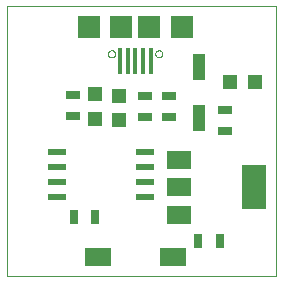
<source format=gtp>
G75*
%MOIN*%
%OFA0B0*%
%FSLAX25Y25*%
%IPPOS*%
%LPD*%
%AMOC8*
5,1,8,0,0,1.08239X$1,22.5*
%
%ADD10C,0.00000*%
%ADD11R,0.04724X0.03150*%
%ADD12R,0.04200X0.08600*%
%ADD13R,0.03150X0.04724*%
%ADD14R,0.04724X0.04724*%
%ADD15R,0.09055X0.06299*%
%ADD16R,0.01575X0.09055*%
%ADD17R,0.07480X0.07480*%
%ADD18R,0.06100X0.02100*%
%ADD19R,0.07874X0.05906*%
%ADD20R,0.07874X0.14961*%
D10*
X0007800Y0008726D02*
X0007800Y0098727D01*
X0097681Y0098727D01*
X0097681Y0008726D01*
X0007800Y0008726D01*
X0041555Y0082861D02*
X0041557Y0082930D01*
X0041563Y0082998D01*
X0041573Y0083066D01*
X0041587Y0083133D01*
X0041605Y0083200D01*
X0041626Y0083265D01*
X0041652Y0083329D01*
X0041681Y0083391D01*
X0041713Y0083451D01*
X0041749Y0083510D01*
X0041789Y0083566D01*
X0041831Y0083620D01*
X0041877Y0083671D01*
X0041926Y0083720D01*
X0041977Y0083766D01*
X0042031Y0083808D01*
X0042087Y0083848D01*
X0042145Y0083884D01*
X0042206Y0083916D01*
X0042268Y0083945D01*
X0042332Y0083971D01*
X0042397Y0083992D01*
X0042464Y0084010D01*
X0042531Y0084024D01*
X0042599Y0084034D01*
X0042667Y0084040D01*
X0042736Y0084042D01*
X0042805Y0084040D01*
X0042873Y0084034D01*
X0042941Y0084024D01*
X0043008Y0084010D01*
X0043075Y0083992D01*
X0043140Y0083971D01*
X0043204Y0083945D01*
X0043266Y0083916D01*
X0043326Y0083884D01*
X0043385Y0083848D01*
X0043441Y0083808D01*
X0043495Y0083766D01*
X0043546Y0083720D01*
X0043595Y0083671D01*
X0043641Y0083620D01*
X0043683Y0083566D01*
X0043723Y0083510D01*
X0043759Y0083451D01*
X0043791Y0083391D01*
X0043820Y0083329D01*
X0043846Y0083265D01*
X0043867Y0083200D01*
X0043885Y0083133D01*
X0043899Y0083066D01*
X0043909Y0082998D01*
X0043915Y0082930D01*
X0043917Y0082861D01*
X0043915Y0082792D01*
X0043909Y0082724D01*
X0043899Y0082656D01*
X0043885Y0082589D01*
X0043867Y0082522D01*
X0043846Y0082457D01*
X0043820Y0082393D01*
X0043791Y0082331D01*
X0043759Y0082270D01*
X0043723Y0082212D01*
X0043683Y0082156D01*
X0043641Y0082102D01*
X0043595Y0082051D01*
X0043546Y0082002D01*
X0043495Y0081956D01*
X0043441Y0081914D01*
X0043385Y0081874D01*
X0043327Y0081838D01*
X0043266Y0081806D01*
X0043204Y0081777D01*
X0043140Y0081751D01*
X0043075Y0081730D01*
X0043008Y0081712D01*
X0042941Y0081698D01*
X0042873Y0081688D01*
X0042805Y0081682D01*
X0042736Y0081680D01*
X0042667Y0081682D01*
X0042599Y0081688D01*
X0042531Y0081698D01*
X0042464Y0081712D01*
X0042397Y0081730D01*
X0042332Y0081751D01*
X0042268Y0081777D01*
X0042206Y0081806D01*
X0042145Y0081838D01*
X0042087Y0081874D01*
X0042031Y0081914D01*
X0041977Y0081956D01*
X0041926Y0082002D01*
X0041877Y0082051D01*
X0041831Y0082102D01*
X0041789Y0082156D01*
X0041749Y0082212D01*
X0041713Y0082270D01*
X0041681Y0082331D01*
X0041652Y0082393D01*
X0041626Y0082457D01*
X0041605Y0082522D01*
X0041587Y0082589D01*
X0041573Y0082656D01*
X0041563Y0082724D01*
X0041557Y0082792D01*
X0041555Y0082861D01*
X0057303Y0082861D02*
X0057305Y0082930D01*
X0057311Y0082998D01*
X0057321Y0083066D01*
X0057335Y0083133D01*
X0057353Y0083200D01*
X0057374Y0083265D01*
X0057400Y0083329D01*
X0057429Y0083391D01*
X0057461Y0083451D01*
X0057497Y0083510D01*
X0057537Y0083566D01*
X0057579Y0083620D01*
X0057625Y0083671D01*
X0057674Y0083720D01*
X0057725Y0083766D01*
X0057779Y0083808D01*
X0057835Y0083848D01*
X0057893Y0083884D01*
X0057954Y0083916D01*
X0058016Y0083945D01*
X0058080Y0083971D01*
X0058145Y0083992D01*
X0058212Y0084010D01*
X0058279Y0084024D01*
X0058347Y0084034D01*
X0058415Y0084040D01*
X0058484Y0084042D01*
X0058553Y0084040D01*
X0058621Y0084034D01*
X0058689Y0084024D01*
X0058756Y0084010D01*
X0058823Y0083992D01*
X0058888Y0083971D01*
X0058952Y0083945D01*
X0059014Y0083916D01*
X0059074Y0083884D01*
X0059133Y0083848D01*
X0059189Y0083808D01*
X0059243Y0083766D01*
X0059294Y0083720D01*
X0059343Y0083671D01*
X0059389Y0083620D01*
X0059431Y0083566D01*
X0059471Y0083510D01*
X0059507Y0083451D01*
X0059539Y0083391D01*
X0059568Y0083329D01*
X0059594Y0083265D01*
X0059615Y0083200D01*
X0059633Y0083133D01*
X0059647Y0083066D01*
X0059657Y0082998D01*
X0059663Y0082930D01*
X0059665Y0082861D01*
X0059663Y0082792D01*
X0059657Y0082724D01*
X0059647Y0082656D01*
X0059633Y0082589D01*
X0059615Y0082522D01*
X0059594Y0082457D01*
X0059568Y0082393D01*
X0059539Y0082331D01*
X0059507Y0082270D01*
X0059471Y0082212D01*
X0059431Y0082156D01*
X0059389Y0082102D01*
X0059343Y0082051D01*
X0059294Y0082002D01*
X0059243Y0081956D01*
X0059189Y0081914D01*
X0059133Y0081874D01*
X0059075Y0081838D01*
X0059014Y0081806D01*
X0058952Y0081777D01*
X0058888Y0081751D01*
X0058823Y0081730D01*
X0058756Y0081712D01*
X0058689Y0081698D01*
X0058621Y0081688D01*
X0058553Y0081682D01*
X0058484Y0081680D01*
X0058415Y0081682D01*
X0058347Y0081688D01*
X0058279Y0081698D01*
X0058212Y0081712D01*
X0058145Y0081730D01*
X0058080Y0081751D01*
X0058016Y0081777D01*
X0057954Y0081806D01*
X0057893Y0081838D01*
X0057835Y0081874D01*
X0057779Y0081914D01*
X0057725Y0081956D01*
X0057674Y0082002D01*
X0057625Y0082051D01*
X0057579Y0082102D01*
X0057537Y0082156D01*
X0057497Y0082212D01*
X0057461Y0082270D01*
X0057429Y0082331D01*
X0057400Y0082393D01*
X0057374Y0082457D01*
X0057353Y0082522D01*
X0057335Y0082589D01*
X0057321Y0082656D01*
X0057311Y0082724D01*
X0057305Y0082792D01*
X0057303Y0082861D01*
D11*
X0053800Y0068769D03*
X0053800Y0061683D03*
X0061800Y0061683D03*
X0061800Y0068769D03*
X0080430Y0064219D03*
X0080430Y0057133D03*
X0029800Y0062183D03*
X0029800Y0069269D03*
D12*
X0071810Y0061336D03*
X0071810Y0078336D03*
D13*
X0037233Y0028366D03*
X0030147Y0028366D03*
X0071633Y0020490D03*
X0078720Y0020490D03*
D14*
X0045300Y0060692D03*
X0037200Y0061092D03*
X0037200Y0069360D03*
X0045300Y0068960D03*
X0082261Y0073438D03*
X0090528Y0073438D03*
D15*
X0063102Y0015126D03*
X0038298Y0015126D03*
D16*
X0045492Y0080597D03*
X0048051Y0080597D03*
X0050610Y0080597D03*
X0053169Y0080597D03*
X0055728Y0080597D03*
D17*
X0055334Y0091916D03*
X0045886Y0091916D03*
X0035059Y0091916D03*
X0066161Y0091916D03*
D18*
X0053900Y0050226D03*
X0053900Y0045226D03*
X0053900Y0040226D03*
X0053900Y0035226D03*
X0024700Y0035226D03*
X0024700Y0040226D03*
X0024700Y0045226D03*
X0024700Y0050226D03*
D19*
X0065298Y0047381D03*
X0065298Y0038326D03*
X0065298Y0029271D03*
D20*
X0090102Y0038326D03*
M02*

</source>
